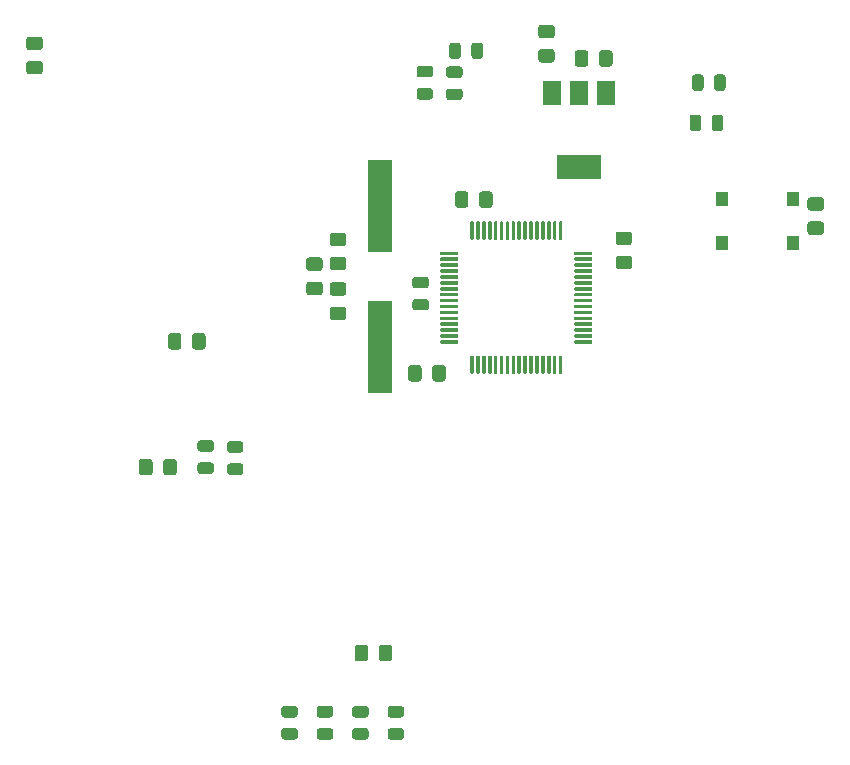
<source format=gbr>
%TF.GenerationSoftware,KiCad,Pcbnew,5.1.6-c6e7f7d~86~ubuntu16.04.1*%
%TF.CreationDate,2021-01-12T06:27:11+00:00*%
%TF.ProjectId,fx502p-minimal-sd,66783530-3270-42d6-9d69-6e696d616c2d,rev?*%
%TF.SameCoordinates,Original*%
%TF.FileFunction,Paste,Top*%
%TF.FilePolarity,Positive*%
%FSLAX46Y46*%
G04 Gerber Fmt 4.6, Leading zero omitted, Abs format (unit mm)*
G04 Created by KiCad (PCBNEW 5.1.6-c6e7f7d~86~ubuntu16.04.1) date 2021-01-12 06:27:11*
%MOMM*%
%LPD*%
G01*
G04 APERTURE LIST*
%ADD10R,2.000000X7.875000*%
%ADD11R,1.500000X2.000000*%
%ADD12R,3.800000X2.000000*%
%ADD13R,1.000000X1.200000*%
G04 APERTURE END LIST*
%TO.C,R11*%
G36*
G01*
X58750000Y-45356250D02*
X58750000Y-44443750D01*
G75*
G02*
X58993750Y-44200000I243750J0D01*
G01*
X59481250Y-44200000D01*
G75*
G02*
X59725000Y-44443750I0J-243750D01*
G01*
X59725000Y-45356250D01*
G75*
G02*
X59481250Y-45600000I-243750J0D01*
G01*
X58993750Y-45600000D01*
G75*
G02*
X58750000Y-45356250I0J243750D01*
G01*
G37*
G36*
G01*
X56875000Y-45356250D02*
X56875000Y-44443750D01*
G75*
G02*
X57118750Y-44200000I243750J0D01*
G01*
X57606250Y-44200000D01*
G75*
G02*
X57850000Y-44443750I0J-243750D01*
G01*
X57850000Y-45356250D01*
G75*
G02*
X57606250Y-45600000I-243750J0D01*
G01*
X57118750Y-45600000D01*
G75*
G02*
X56875000Y-45356250I0J243750D01*
G01*
G37*
%TD*%
%TO.C,R10*%
G36*
G01*
X58950000Y-41956250D02*
X58950000Y-41043750D01*
G75*
G02*
X59193750Y-40800000I243750J0D01*
G01*
X59681250Y-40800000D01*
G75*
G02*
X59925000Y-41043750I0J-243750D01*
G01*
X59925000Y-41956250D01*
G75*
G02*
X59681250Y-42200000I-243750J0D01*
G01*
X59193750Y-42200000D01*
G75*
G02*
X58950000Y-41956250I0J243750D01*
G01*
G37*
G36*
G01*
X57075000Y-41956250D02*
X57075000Y-41043750D01*
G75*
G02*
X57318750Y-40800000I243750J0D01*
G01*
X57806250Y-40800000D01*
G75*
G02*
X58050000Y-41043750I0J-243750D01*
G01*
X58050000Y-41956250D01*
G75*
G02*
X57806250Y-42200000I-243750J0D01*
G01*
X57318750Y-42200000D01*
G75*
G02*
X57075000Y-41956250I0J243750D01*
G01*
G37*
%TD*%
D10*
%TO.C,X2*%
X30700000Y-63837500D03*
X30700000Y-51962500D03*
%TD*%
D11*
%TO.C,U3*%
X49800000Y-42350000D03*
X45200000Y-42350000D03*
X47500000Y-42350000D03*
D12*
X47500000Y-48650000D03*
%TD*%
%TO.C,U1*%
G36*
G01*
X38300000Y-54725000D02*
X38300000Y-53325000D01*
G75*
G02*
X38375000Y-53250000I75000J0D01*
G01*
X38525000Y-53250000D01*
G75*
G02*
X38600000Y-53325000I0J-75000D01*
G01*
X38600000Y-54725000D01*
G75*
G02*
X38525000Y-54800000I-75000J0D01*
G01*
X38375000Y-54800000D01*
G75*
G02*
X38300000Y-54725000I0J75000D01*
G01*
G37*
G36*
G01*
X38800000Y-54725000D02*
X38800000Y-53325000D01*
G75*
G02*
X38875000Y-53250000I75000J0D01*
G01*
X39025000Y-53250000D01*
G75*
G02*
X39100000Y-53325000I0J-75000D01*
G01*
X39100000Y-54725000D01*
G75*
G02*
X39025000Y-54800000I-75000J0D01*
G01*
X38875000Y-54800000D01*
G75*
G02*
X38800000Y-54725000I0J75000D01*
G01*
G37*
G36*
G01*
X39300000Y-54725000D02*
X39300000Y-53325000D01*
G75*
G02*
X39375000Y-53250000I75000J0D01*
G01*
X39525000Y-53250000D01*
G75*
G02*
X39600000Y-53325000I0J-75000D01*
G01*
X39600000Y-54725000D01*
G75*
G02*
X39525000Y-54800000I-75000J0D01*
G01*
X39375000Y-54800000D01*
G75*
G02*
X39300000Y-54725000I0J75000D01*
G01*
G37*
G36*
G01*
X39800000Y-54725000D02*
X39800000Y-53325000D01*
G75*
G02*
X39875000Y-53250000I75000J0D01*
G01*
X40025000Y-53250000D01*
G75*
G02*
X40100000Y-53325000I0J-75000D01*
G01*
X40100000Y-54725000D01*
G75*
G02*
X40025000Y-54800000I-75000J0D01*
G01*
X39875000Y-54800000D01*
G75*
G02*
X39800000Y-54725000I0J75000D01*
G01*
G37*
G36*
G01*
X40300000Y-54725000D02*
X40300000Y-53325000D01*
G75*
G02*
X40375000Y-53250000I75000J0D01*
G01*
X40525000Y-53250000D01*
G75*
G02*
X40600000Y-53325000I0J-75000D01*
G01*
X40600000Y-54725000D01*
G75*
G02*
X40525000Y-54800000I-75000J0D01*
G01*
X40375000Y-54800000D01*
G75*
G02*
X40300000Y-54725000I0J75000D01*
G01*
G37*
G36*
G01*
X40800000Y-54725000D02*
X40800000Y-53325000D01*
G75*
G02*
X40875000Y-53250000I75000J0D01*
G01*
X41025000Y-53250000D01*
G75*
G02*
X41100000Y-53325000I0J-75000D01*
G01*
X41100000Y-54725000D01*
G75*
G02*
X41025000Y-54800000I-75000J0D01*
G01*
X40875000Y-54800000D01*
G75*
G02*
X40800000Y-54725000I0J75000D01*
G01*
G37*
G36*
G01*
X41300000Y-54725000D02*
X41300000Y-53325000D01*
G75*
G02*
X41375000Y-53250000I75000J0D01*
G01*
X41525000Y-53250000D01*
G75*
G02*
X41600000Y-53325000I0J-75000D01*
G01*
X41600000Y-54725000D01*
G75*
G02*
X41525000Y-54800000I-75000J0D01*
G01*
X41375000Y-54800000D01*
G75*
G02*
X41300000Y-54725000I0J75000D01*
G01*
G37*
G36*
G01*
X41800000Y-54725000D02*
X41800000Y-53325000D01*
G75*
G02*
X41875000Y-53250000I75000J0D01*
G01*
X42025000Y-53250000D01*
G75*
G02*
X42100000Y-53325000I0J-75000D01*
G01*
X42100000Y-54725000D01*
G75*
G02*
X42025000Y-54800000I-75000J0D01*
G01*
X41875000Y-54800000D01*
G75*
G02*
X41800000Y-54725000I0J75000D01*
G01*
G37*
G36*
G01*
X42300000Y-54725000D02*
X42300000Y-53325000D01*
G75*
G02*
X42375000Y-53250000I75000J0D01*
G01*
X42525000Y-53250000D01*
G75*
G02*
X42600000Y-53325000I0J-75000D01*
G01*
X42600000Y-54725000D01*
G75*
G02*
X42525000Y-54800000I-75000J0D01*
G01*
X42375000Y-54800000D01*
G75*
G02*
X42300000Y-54725000I0J75000D01*
G01*
G37*
G36*
G01*
X42800000Y-54725000D02*
X42800000Y-53325000D01*
G75*
G02*
X42875000Y-53250000I75000J0D01*
G01*
X43025000Y-53250000D01*
G75*
G02*
X43100000Y-53325000I0J-75000D01*
G01*
X43100000Y-54725000D01*
G75*
G02*
X43025000Y-54800000I-75000J0D01*
G01*
X42875000Y-54800000D01*
G75*
G02*
X42800000Y-54725000I0J75000D01*
G01*
G37*
G36*
G01*
X43300000Y-54725000D02*
X43300000Y-53325000D01*
G75*
G02*
X43375000Y-53250000I75000J0D01*
G01*
X43525000Y-53250000D01*
G75*
G02*
X43600000Y-53325000I0J-75000D01*
G01*
X43600000Y-54725000D01*
G75*
G02*
X43525000Y-54800000I-75000J0D01*
G01*
X43375000Y-54800000D01*
G75*
G02*
X43300000Y-54725000I0J75000D01*
G01*
G37*
G36*
G01*
X43800000Y-54725000D02*
X43800000Y-53325000D01*
G75*
G02*
X43875000Y-53250000I75000J0D01*
G01*
X44025000Y-53250000D01*
G75*
G02*
X44100000Y-53325000I0J-75000D01*
G01*
X44100000Y-54725000D01*
G75*
G02*
X44025000Y-54800000I-75000J0D01*
G01*
X43875000Y-54800000D01*
G75*
G02*
X43800000Y-54725000I0J75000D01*
G01*
G37*
G36*
G01*
X44300000Y-54725000D02*
X44300000Y-53325000D01*
G75*
G02*
X44375000Y-53250000I75000J0D01*
G01*
X44525000Y-53250000D01*
G75*
G02*
X44600000Y-53325000I0J-75000D01*
G01*
X44600000Y-54725000D01*
G75*
G02*
X44525000Y-54800000I-75000J0D01*
G01*
X44375000Y-54800000D01*
G75*
G02*
X44300000Y-54725000I0J75000D01*
G01*
G37*
G36*
G01*
X44800000Y-54725000D02*
X44800000Y-53325000D01*
G75*
G02*
X44875000Y-53250000I75000J0D01*
G01*
X45025000Y-53250000D01*
G75*
G02*
X45100000Y-53325000I0J-75000D01*
G01*
X45100000Y-54725000D01*
G75*
G02*
X45025000Y-54800000I-75000J0D01*
G01*
X44875000Y-54800000D01*
G75*
G02*
X44800000Y-54725000I0J75000D01*
G01*
G37*
G36*
G01*
X45300000Y-54725000D02*
X45300000Y-53325000D01*
G75*
G02*
X45375000Y-53250000I75000J0D01*
G01*
X45525000Y-53250000D01*
G75*
G02*
X45600000Y-53325000I0J-75000D01*
G01*
X45600000Y-54725000D01*
G75*
G02*
X45525000Y-54800000I-75000J0D01*
G01*
X45375000Y-54800000D01*
G75*
G02*
X45300000Y-54725000I0J75000D01*
G01*
G37*
G36*
G01*
X45800000Y-54725000D02*
X45800000Y-53325000D01*
G75*
G02*
X45875000Y-53250000I75000J0D01*
G01*
X46025000Y-53250000D01*
G75*
G02*
X46100000Y-53325000I0J-75000D01*
G01*
X46100000Y-54725000D01*
G75*
G02*
X46025000Y-54800000I-75000J0D01*
G01*
X45875000Y-54800000D01*
G75*
G02*
X45800000Y-54725000I0J75000D01*
G01*
G37*
G36*
G01*
X47100000Y-56025000D02*
X47100000Y-55875000D01*
G75*
G02*
X47175000Y-55800000I75000J0D01*
G01*
X48575000Y-55800000D01*
G75*
G02*
X48650000Y-55875000I0J-75000D01*
G01*
X48650000Y-56025000D01*
G75*
G02*
X48575000Y-56100000I-75000J0D01*
G01*
X47175000Y-56100000D01*
G75*
G02*
X47100000Y-56025000I0J75000D01*
G01*
G37*
G36*
G01*
X47100000Y-56525000D02*
X47100000Y-56375000D01*
G75*
G02*
X47175000Y-56300000I75000J0D01*
G01*
X48575000Y-56300000D01*
G75*
G02*
X48650000Y-56375000I0J-75000D01*
G01*
X48650000Y-56525000D01*
G75*
G02*
X48575000Y-56600000I-75000J0D01*
G01*
X47175000Y-56600000D01*
G75*
G02*
X47100000Y-56525000I0J75000D01*
G01*
G37*
G36*
G01*
X47100000Y-57025000D02*
X47100000Y-56875000D01*
G75*
G02*
X47175000Y-56800000I75000J0D01*
G01*
X48575000Y-56800000D01*
G75*
G02*
X48650000Y-56875000I0J-75000D01*
G01*
X48650000Y-57025000D01*
G75*
G02*
X48575000Y-57100000I-75000J0D01*
G01*
X47175000Y-57100000D01*
G75*
G02*
X47100000Y-57025000I0J75000D01*
G01*
G37*
G36*
G01*
X47100000Y-57525000D02*
X47100000Y-57375000D01*
G75*
G02*
X47175000Y-57300000I75000J0D01*
G01*
X48575000Y-57300000D01*
G75*
G02*
X48650000Y-57375000I0J-75000D01*
G01*
X48650000Y-57525000D01*
G75*
G02*
X48575000Y-57600000I-75000J0D01*
G01*
X47175000Y-57600000D01*
G75*
G02*
X47100000Y-57525000I0J75000D01*
G01*
G37*
G36*
G01*
X47100000Y-58025000D02*
X47100000Y-57875000D01*
G75*
G02*
X47175000Y-57800000I75000J0D01*
G01*
X48575000Y-57800000D01*
G75*
G02*
X48650000Y-57875000I0J-75000D01*
G01*
X48650000Y-58025000D01*
G75*
G02*
X48575000Y-58100000I-75000J0D01*
G01*
X47175000Y-58100000D01*
G75*
G02*
X47100000Y-58025000I0J75000D01*
G01*
G37*
G36*
G01*
X47100000Y-58525000D02*
X47100000Y-58375000D01*
G75*
G02*
X47175000Y-58300000I75000J0D01*
G01*
X48575000Y-58300000D01*
G75*
G02*
X48650000Y-58375000I0J-75000D01*
G01*
X48650000Y-58525000D01*
G75*
G02*
X48575000Y-58600000I-75000J0D01*
G01*
X47175000Y-58600000D01*
G75*
G02*
X47100000Y-58525000I0J75000D01*
G01*
G37*
G36*
G01*
X47100000Y-59025000D02*
X47100000Y-58875000D01*
G75*
G02*
X47175000Y-58800000I75000J0D01*
G01*
X48575000Y-58800000D01*
G75*
G02*
X48650000Y-58875000I0J-75000D01*
G01*
X48650000Y-59025000D01*
G75*
G02*
X48575000Y-59100000I-75000J0D01*
G01*
X47175000Y-59100000D01*
G75*
G02*
X47100000Y-59025000I0J75000D01*
G01*
G37*
G36*
G01*
X47100000Y-59525000D02*
X47100000Y-59375000D01*
G75*
G02*
X47175000Y-59300000I75000J0D01*
G01*
X48575000Y-59300000D01*
G75*
G02*
X48650000Y-59375000I0J-75000D01*
G01*
X48650000Y-59525000D01*
G75*
G02*
X48575000Y-59600000I-75000J0D01*
G01*
X47175000Y-59600000D01*
G75*
G02*
X47100000Y-59525000I0J75000D01*
G01*
G37*
G36*
G01*
X47100000Y-60025000D02*
X47100000Y-59875000D01*
G75*
G02*
X47175000Y-59800000I75000J0D01*
G01*
X48575000Y-59800000D01*
G75*
G02*
X48650000Y-59875000I0J-75000D01*
G01*
X48650000Y-60025000D01*
G75*
G02*
X48575000Y-60100000I-75000J0D01*
G01*
X47175000Y-60100000D01*
G75*
G02*
X47100000Y-60025000I0J75000D01*
G01*
G37*
G36*
G01*
X47100000Y-60525000D02*
X47100000Y-60375000D01*
G75*
G02*
X47175000Y-60300000I75000J0D01*
G01*
X48575000Y-60300000D01*
G75*
G02*
X48650000Y-60375000I0J-75000D01*
G01*
X48650000Y-60525000D01*
G75*
G02*
X48575000Y-60600000I-75000J0D01*
G01*
X47175000Y-60600000D01*
G75*
G02*
X47100000Y-60525000I0J75000D01*
G01*
G37*
G36*
G01*
X47100000Y-61025000D02*
X47100000Y-60875000D01*
G75*
G02*
X47175000Y-60800000I75000J0D01*
G01*
X48575000Y-60800000D01*
G75*
G02*
X48650000Y-60875000I0J-75000D01*
G01*
X48650000Y-61025000D01*
G75*
G02*
X48575000Y-61100000I-75000J0D01*
G01*
X47175000Y-61100000D01*
G75*
G02*
X47100000Y-61025000I0J75000D01*
G01*
G37*
G36*
G01*
X47100000Y-61525000D02*
X47100000Y-61375000D01*
G75*
G02*
X47175000Y-61300000I75000J0D01*
G01*
X48575000Y-61300000D01*
G75*
G02*
X48650000Y-61375000I0J-75000D01*
G01*
X48650000Y-61525000D01*
G75*
G02*
X48575000Y-61600000I-75000J0D01*
G01*
X47175000Y-61600000D01*
G75*
G02*
X47100000Y-61525000I0J75000D01*
G01*
G37*
G36*
G01*
X47100000Y-62025000D02*
X47100000Y-61875000D01*
G75*
G02*
X47175000Y-61800000I75000J0D01*
G01*
X48575000Y-61800000D01*
G75*
G02*
X48650000Y-61875000I0J-75000D01*
G01*
X48650000Y-62025000D01*
G75*
G02*
X48575000Y-62100000I-75000J0D01*
G01*
X47175000Y-62100000D01*
G75*
G02*
X47100000Y-62025000I0J75000D01*
G01*
G37*
G36*
G01*
X47100000Y-62525000D02*
X47100000Y-62375000D01*
G75*
G02*
X47175000Y-62300000I75000J0D01*
G01*
X48575000Y-62300000D01*
G75*
G02*
X48650000Y-62375000I0J-75000D01*
G01*
X48650000Y-62525000D01*
G75*
G02*
X48575000Y-62600000I-75000J0D01*
G01*
X47175000Y-62600000D01*
G75*
G02*
X47100000Y-62525000I0J75000D01*
G01*
G37*
G36*
G01*
X47100000Y-63025000D02*
X47100000Y-62875000D01*
G75*
G02*
X47175000Y-62800000I75000J0D01*
G01*
X48575000Y-62800000D01*
G75*
G02*
X48650000Y-62875000I0J-75000D01*
G01*
X48650000Y-63025000D01*
G75*
G02*
X48575000Y-63100000I-75000J0D01*
G01*
X47175000Y-63100000D01*
G75*
G02*
X47100000Y-63025000I0J75000D01*
G01*
G37*
G36*
G01*
X47100000Y-63525000D02*
X47100000Y-63375000D01*
G75*
G02*
X47175000Y-63300000I75000J0D01*
G01*
X48575000Y-63300000D01*
G75*
G02*
X48650000Y-63375000I0J-75000D01*
G01*
X48650000Y-63525000D01*
G75*
G02*
X48575000Y-63600000I-75000J0D01*
G01*
X47175000Y-63600000D01*
G75*
G02*
X47100000Y-63525000I0J75000D01*
G01*
G37*
G36*
G01*
X45800000Y-66075000D02*
X45800000Y-64675000D01*
G75*
G02*
X45875000Y-64600000I75000J0D01*
G01*
X46025000Y-64600000D01*
G75*
G02*
X46100000Y-64675000I0J-75000D01*
G01*
X46100000Y-66075000D01*
G75*
G02*
X46025000Y-66150000I-75000J0D01*
G01*
X45875000Y-66150000D01*
G75*
G02*
X45800000Y-66075000I0J75000D01*
G01*
G37*
G36*
G01*
X45300000Y-66075000D02*
X45300000Y-64675000D01*
G75*
G02*
X45375000Y-64600000I75000J0D01*
G01*
X45525000Y-64600000D01*
G75*
G02*
X45600000Y-64675000I0J-75000D01*
G01*
X45600000Y-66075000D01*
G75*
G02*
X45525000Y-66150000I-75000J0D01*
G01*
X45375000Y-66150000D01*
G75*
G02*
X45300000Y-66075000I0J75000D01*
G01*
G37*
G36*
G01*
X44800000Y-66075000D02*
X44800000Y-64675000D01*
G75*
G02*
X44875000Y-64600000I75000J0D01*
G01*
X45025000Y-64600000D01*
G75*
G02*
X45100000Y-64675000I0J-75000D01*
G01*
X45100000Y-66075000D01*
G75*
G02*
X45025000Y-66150000I-75000J0D01*
G01*
X44875000Y-66150000D01*
G75*
G02*
X44800000Y-66075000I0J75000D01*
G01*
G37*
G36*
G01*
X44300000Y-66075000D02*
X44300000Y-64675000D01*
G75*
G02*
X44375000Y-64600000I75000J0D01*
G01*
X44525000Y-64600000D01*
G75*
G02*
X44600000Y-64675000I0J-75000D01*
G01*
X44600000Y-66075000D01*
G75*
G02*
X44525000Y-66150000I-75000J0D01*
G01*
X44375000Y-66150000D01*
G75*
G02*
X44300000Y-66075000I0J75000D01*
G01*
G37*
G36*
G01*
X43800000Y-66075000D02*
X43800000Y-64675000D01*
G75*
G02*
X43875000Y-64600000I75000J0D01*
G01*
X44025000Y-64600000D01*
G75*
G02*
X44100000Y-64675000I0J-75000D01*
G01*
X44100000Y-66075000D01*
G75*
G02*
X44025000Y-66150000I-75000J0D01*
G01*
X43875000Y-66150000D01*
G75*
G02*
X43800000Y-66075000I0J75000D01*
G01*
G37*
G36*
G01*
X43300000Y-66075000D02*
X43300000Y-64675000D01*
G75*
G02*
X43375000Y-64600000I75000J0D01*
G01*
X43525000Y-64600000D01*
G75*
G02*
X43600000Y-64675000I0J-75000D01*
G01*
X43600000Y-66075000D01*
G75*
G02*
X43525000Y-66150000I-75000J0D01*
G01*
X43375000Y-66150000D01*
G75*
G02*
X43300000Y-66075000I0J75000D01*
G01*
G37*
G36*
G01*
X42800000Y-66075000D02*
X42800000Y-64675000D01*
G75*
G02*
X42875000Y-64600000I75000J0D01*
G01*
X43025000Y-64600000D01*
G75*
G02*
X43100000Y-64675000I0J-75000D01*
G01*
X43100000Y-66075000D01*
G75*
G02*
X43025000Y-66150000I-75000J0D01*
G01*
X42875000Y-66150000D01*
G75*
G02*
X42800000Y-66075000I0J75000D01*
G01*
G37*
G36*
G01*
X42300000Y-66075000D02*
X42300000Y-64675000D01*
G75*
G02*
X42375000Y-64600000I75000J0D01*
G01*
X42525000Y-64600000D01*
G75*
G02*
X42600000Y-64675000I0J-75000D01*
G01*
X42600000Y-66075000D01*
G75*
G02*
X42525000Y-66150000I-75000J0D01*
G01*
X42375000Y-66150000D01*
G75*
G02*
X42300000Y-66075000I0J75000D01*
G01*
G37*
G36*
G01*
X41800000Y-66075000D02*
X41800000Y-64675000D01*
G75*
G02*
X41875000Y-64600000I75000J0D01*
G01*
X42025000Y-64600000D01*
G75*
G02*
X42100000Y-64675000I0J-75000D01*
G01*
X42100000Y-66075000D01*
G75*
G02*
X42025000Y-66150000I-75000J0D01*
G01*
X41875000Y-66150000D01*
G75*
G02*
X41800000Y-66075000I0J75000D01*
G01*
G37*
G36*
G01*
X41300000Y-66075000D02*
X41300000Y-64675000D01*
G75*
G02*
X41375000Y-64600000I75000J0D01*
G01*
X41525000Y-64600000D01*
G75*
G02*
X41600000Y-64675000I0J-75000D01*
G01*
X41600000Y-66075000D01*
G75*
G02*
X41525000Y-66150000I-75000J0D01*
G01*
X41375000Y-66150000D01*
G75*
G02*
X41300000Y-66075000I0J75000D01*
G01*
G37*
G36*
G01*
X40800000Y-66075000D02*
X40800000Y-64675000D01*
G75*
G02*
X40875000Y-64600000I75000J0D01*
G01*
X41025000Y-64600000D01*
G75*
G02*
X41100000Y-64675000I0J-75000D01*
G01*
X41100000Y-66075000D01*
G75*
G02*
X41025000Y-66150000I-75000J0D01*
G01*
X40875000Y-66150000D01*
G75*
G02*
X40800000Y-66075000I0J75000D01*
G01*
G37*
G36*
G01*
X40300000Y-66075000D02*
X40300000Y-64675000D01*
G75*
G02*
X40375000Y-64600000I75000J0D01*
G01*
X40525000Y-64600000D01*
G75*
G02*
X40600000Y-64675000I0J-75000D01*
G01*
X40600000Y-66075000D01*
G75*
G02*
X40525000Y-66150000I-75000J0D01*
G01*
X40375000Y-66150000D01*
G75*
G02*
X40300000Y-66075000I0J75000D01*
G01*
G37*
G36*
G01*
X39800000Y-66075000D02*
X39800000Y-64675000D01*
G75*
G02*
X39875000Y-64600000I75000J0D01*
G01*
X40025000Y-64600000D01*
G75*
G02*
X40100000Y-64675000I0J-75000D01*
G01*
X40100000Y-66075000D01*
G75*
G02*
X40025000Y-66150000I-75000J0D01*
G01*
X39875000Y-66150000D01*
G75*
G02*
X39800000Y-66075000I0J75000D01*
G01*
G37*
G36*
G01*
X39300000Y-66075000D02*
X39300000Y-64675000D01*
G75*
G02*
X39375000Y-64600000I75000J0D01*
G01*
X39525000Y-64600000D01*
G75*
G02*
X39600000Y-64675000I0J-75000D01*
G01*
X39600000Y-66075000D01*
G75*
G02*
X39525000Y-66150000I-75000J0D01*
G01*
X39375000Y-66150000D01*
G75*
G02*
X39300000Y-66075000I0J75000D01*
G01*
G37*
G36*
G01*
X38800000Y-66075000D02*
X38800000Y-64675000D01*
G75*
G02*
X38875000Y-64600000I75000J0D01*
G01*
X39025000Y-64600000D01*
G75*
G02*
X39100000Y-64675000I0J-75000D01*
G01*
X39100000Y-66075000D01*
G75*
G02*
X39025000Y-66150000I-75000J0D01*
G01*
X38875000Y-66150000D01*
G75*
G02*
X38800000Y-66075000I0J75000D01*
G01*
G37*
G36*
G01*
X38300000Y-66075000D02*
X38300000Y-64675000D01*
G75*
G02*
X38375000Y-64600000I75000J0D01*
G01*
X38525000Y-64600000D01*
G75*
G02*
X38600000Y-64675000I0J-75000D01*
G01*
X38600000Y-66075000D01*
G75*
G02*
X38525000Y-66150000I-75000J0D01*
G01*
X38375000Y-66150000D01*
G75*
G02*
X38300000Y-66075000I0J75000D01*
G01*
G37*
G36*
G01*
X35750000Y-63525000D02*
X35750000Y-63375000D01*
G75*
G02*
X35825000Y-63300000I75000J0D01*
G01*
X37225000Y-63300000D01*
G75*
G02*
X37300000Y-63375000I0J-75000D01*
G01*
X37300000Y-63525000D01*
G75*
G02*
X37225000Y-63600000I-75000J0D01*
G01*
X35825000Y-63600000D01*
G75*
G02*
X35750000Y-63525000I0J75000D01*
G01*
G37*
G36*
G01*
X35750000Y-63025000D02*
X35750000Y-62875000D01*
G75*
G02*
X35825000Y-62800000I75000J0D01*
G01*
X37225000Y-62800000D01*
G75*
G02*
X37300000Y-62875000I0J-75000D01*
G01*
X37300000Y-63025000D01*
G75*
G02*
X37225000Y-63100000I-75000J0D01*
G01*
X35825000Y-63100000D01*
G75*
G02*
X35750000Y-63025000I0J75000D01*
G01*
G37*
G36*
G01*
X35750000Y-62525000D02*
X35750000Y-62375000D01*
G75*
G02*
X35825000Y-62300000I75000J0D01*
G01*
X37225000Y-62300000D01*
G75*
G02*
X37300000Y-62375000I0J-75000D01*
G01*
X37300000Y-62525000D01*
G75*
G02*
X37225000Y-62600000I-75000J0D01*
G01*
X35825000Y-62600000D01*
G75*
G02*
X35750000Y-62525000I0J75000D01*
G01*
G37*
G36*
G01*
X35750000Y-62025000D02*
X35750000Y-61875000D01*
G75*
G02*
X35825000Y-61800000I75000J0D01*
G01*
X37225000Y-61800000D01*
G75*
G02*
X37300000Y-61875000I0J-75000D01*
G01*
X37300000Y-62025000D01*
G75*
G02*
X37225000Y-62100000I-75000J0D01*
G01*
X35825000Y-62100000D01*
G75*
G02*
X35750000Y-62025000I0J75000D01*
G01*
G37*
G36*
G01*
X35750000Y-61525000D02*
X35750000Y-61375000D01*
G75*
G02*
X35825000Y-61300000I75000J0D01*
G01*
X37225000Y-61300000D01*
G75*
G02*
X37300000Y-61375000I0J-75000D01*
G01*
X37300000Y-61525000D01*
G75*
G02*
X37225000Y-61600000I-75000J0D01*
G01*
X35825000Y-61600000D01*
G75*
G02*
X35750000Y-61525000I0J75000D01*
G01*
G37*
G36*
G01*
X35750000Y-61025000D02*
X35750000Y-60875000D01*
G75*
G02*
X35825000Y-60800000I75000J0D01*
G01*
X37225000Y-60800000D01*
G75*
G02*
X37300000Y-60875000I0J-75000D01*
G01*
X37300000Y-61025000D01*
G75*
G02*
X37225000Y-61100000I-75000J0D01*
G01*
X35825000Y-61100000D01*
G75*
G02*
X35750000Y-61025000I0J75000D01*
G01*
G37*
G36*
G01*
X35750000Y-60525000D02*
X35750000Y-60375000D01*
G75*
G02*
X35825000Y-60300000I75000J0D01*
G01*
X37225000Y-60300000D01*
G75*
G02*
X37300000Y-60375000I0J-75000D01*
G01*
X37300000Y-60525000D01*
G75*
G02*
X37225000Y-60600000I-75000J0D01*
G01*
X35825000Y-60600000D01*
G75*
G02*
X35750000Y-60525000I0J75000D01*
G01*
G37*
G36*
G01*
X35750000Y-60025000D02*
X35750000Y-59875000D01*
G75*
G02*
X35825000Y-59800000I75000J0D01*
G01*
X37225000Y-59800000D01*
G75*
G02*
X37300000Y-59875000I0J-75000D01*
G01*
X37300000Y-60025000D01*
G75*
G02*
X37225000Y-60100000I-75000J0D01*
G01*
X35825000Y-60100000D01*
G75*
G02*
X35750000Y-60025000I0J75000D01*
G01*
G37*
G36*
G01*
X35750000Y-59525000D02*
X35750000Y-59375000D01*
G75*
G02*
X35825000Y-59300000I75000J0D01*
G01*
X37225000Y-59300000D01*
G75*
G02*
X37300000Y-59375000I0J-75000D01*
G01*
X37300000Y-59525000D01*
G75*
G02*
X37225000Y-59600000I-75000J0D01*
G01*
X35825000Y-59600000D01*
G75*
G02*
X35750000Y-59525000I0J75000D01*
G01*
G37*
G36*
G01*
X35750000Y-59025000D02*
X35750000Y-58875000D01*
G75*
G02*
X35825000Y-58800000I75000J0D01*
G01*
X37225000Y-58800000D01*
G75*
G02*
X37300000Y-58875000I0J-75000D01*
G01*
X37300000Y-59025000D01*
G75*
G02*
X37225000Y-59100000I-75000J0D01*
G01*
X35825000Y-59100000D01*
G75*
G02*
X35750000Y-59025000I0J75000D01*
G01*
G37*
G36*
G01*
X35750000Y-58525000D02*
X35750000Y-58375000D01*
G75*
G02*
X35825000Y-58300000I75000J0D01*
G01*
X37225000Y-58300000D01*
G75*
G02*
X37300000Y-58375000I0J-75000D01*
G01*
X37300000Y-58525000D01*
G75*
G02*
X37225000Y-58600000I-75000J0D01*
G01*
X35825000Y-58600000D01*
G75*
G02*
X35750000Y-58525000I0J75000D01*
G01*
G37*
G36*
G01*
X35750000Y-58025000D02*
X35750000Y-57875000D01*
G75*
G02*
X35825000Y-57800000I75000J0D01*
G01*
X37225000Y-57800000D01*
G75*
G02*
X37300000Y-57875000I0J-75000D01*
G01*
X37300000Y-58025000D01*
G75*
G02*
X37225000Y-58100000I-75000J0D01*
G01*
X35825000Y-58100000D01*
G75*
G02*
X35750000Y-58025000I0J75000D01*
G01*
G37*
G36*
G01*
X35750000Y-57525000D02*
X35750000Y-57375000D01*
G75*
G02*
X35825000Y-57300000I75000J0D01*
G01*
X37225000Y-57300000D01*
G75*
G02*
X37300000Y-57375000I0J-75000D01*
G01*
X37300000Y-57525000D01*
G75*
G02*
X37225000Y-57600000I-75000J0D01*
G01*
X35825000Y-57600000D01*
G75*
G02*
X35750000Y-57525000I0J75000D01*
G01*
G37*
G36*
G01*
X35750000Y-57025000D02*
X35750000Y-56875000D01*
G75*
G02*
X35825000Y-56800000I75000J0D01*
G01*
X37225000Y-56800000D01*
G75*
G02*
X37300000Y-56875000I0J-75000D01*
G01*
X37300000Y-57025000D01*
G75*
G02*
X37225000Y-57100000I-75000J0D01*
G01*
X35825000Y-57100000D01*
G75*
G02*
X35750000Y-57025000I0J75000D01*
G01*
G37*
G36*
G01*
X35750000Y-56525000D02*
X35750000Y-56375000D01*
G75*
G02*
X35825000Y-56300000I75000J0D01*
G01*
X37225000Y-56300000D01*
G75*
G02*
X37300000Y-56375000I0J-75000D01*
G01*
X37300000Y-56525000D01*
G75*
G02*
X37225000Y-56600000I-75000J0D01*
G01*
X35825000Y-56600000D01*
G75*
G02*
X35750000Y-56525000I0J75000D01*
G01*
G37*
G36*
G01*
X35750000Y-56025000D02*
X35750000Y-55875000D01*
G75*
G02*
X35825000Y-55800000I75000J0D01*
G01*
X37225000Y-55800000D01*
G75*
G02*
X37300000Y-55875000I0J-75000D01*
G01*
X37300000Y-56025000D01*
G75*
G02*
X37225000Y-56100000I-75000J0D01*
G01*
X35825000Y-56100000D01*
G75*
G02*
X35750000Y-56025000I0J75000D01*
G01*
G37*
%TD*%
D13*
%TO.C,SW2*%
X65600000Y-51350000D03*
X65600000Y-55050000D03*
X59600000Y-55050000D03*
X59600000Y-51350000D03*
%TD*%
%TO.C,R23*%
G36*
G01*
X25550001Y-57450000D02*
X24649999Y-57450000D01*
G75*
G02*
X24400000Y-57200001I0J249999D01*
G01*
X24400000Y-56549999D01*
G75*
G02*
X24649999Y-56300000I249999J0D01*
G01*
X25550001Y-56300000D01*
G75*
G02*
X25800000Y-56549999I0J-249999D01*
G01*
X25800000Y-57200001D01*
G75*
G02*
X25550001Y-57450000I-249999J0D01*
G01*
G37*
G36*
G01*
X25550001Y-59500000D02*
X24649999Y-59500000D01*
G75*
G02*
X24400000Y-59250001I0J249999D01*
G01*
X24400000Y-58599999D01*
G75*
G02*
X24649999Y-58350000I249999J0D01*
G01*
X25550001Y-58350000D01*
G75*
G02*
X25800000Y-58599999I0J-249999D01*
G01*
X25800000Y-59250001D01*
G75*
G02*
X25550001Y-59500000I-249999J0D01*
G01*
G37*
%TD*%
%TO.C,R21*%
G36*
G01*
X38400000Y-39256250D02*
X38400000Y-38343750D01*
G75*
G02*
X38643750Y-38100000I243750J0D01*
G01*
X39131250Y-38100000D01*
G75*
G02*
X39375000Y-38343750I0J-243750D01*
G01*
X39375000Y-39256250D01*
G75*
G02*
X39131250Y-39500000I-243750J0D01*
G01*
X38643750Y-39500000D01*
G75*
G02*
X38400000Y-39256250I0J243750D01*
G01*
G37*
G36*
G01*
X36525000Y-39256250D02*
X36525000Y-38343750D01*
G75*
G02*
X36768750Y-38100000I243750J0D01*
G01*
X37256250Y-38100000D01*
G75*
G02*
X37500000Y-38343750I0J-243750D01*
G01*
X37500000Y-39256250D01*
G75*
G02*
X37256250Y-39500000I-243750J0D01*
G01*
X36768750Y-39500000D01*
G75*
G02*
X36525000Y-39256250I0J243750D01*
G01*
G37*
%TD*%
%TO.C,R20*%
G36*
G01*
X36493750Y-42000000D02*
X37406250Y-42000000D01*
G75*
G02*
X37650000Y-42243750I0J-243750D01*
G01*
X37650000Y-42731250D01*
G75*
G02*
X37406250Y-42975000I-243750J0D01*
G01*
X36493750Y-42975000D01*
G75*
G02*
X36250000Y-42731250I0J243750D01*
G01*
X36250000Y-42243750D01*
G75*
G02*
X36493750Y-42000000I243750J0D01*
G01*
G37*
G36*
G01*
X36493750Y-40125000D02*
X37406250Y-40125000D01*
G75*
G02*
X37650000Y-40368750I0J-243750D01*
G01*
X37650000Y-40856250D01*
G75*
G02*
X37406250Y-41100000I-243750J0D01*
G01*
X36493750Y-41100000D01*
G75*
G02*
X36250000Y-40856250I0J243750D01*
G01*
X36250000Y-40368750D01*
G75*
G02*
X36493750Y-40125000I243750J0D01*
G01*
G37*
%TD*%
%TO.C,R18*%
G36*
G01*
X33993750Y-41950000D02*
X34906250Y-41950000D01*
G75*
G02*
X35150000Y-42193750I0J-243750D01*
G01*
X35150000Y-42681250D01*
G75*
G02*
X34906250Y-42925000I-243750J0D01*
G01*
X33993750Y-42925000D01*
G75*
G02*
X33750000Y-42681250I0J243750D01*
G01*
X33750000Y-42193750D01*
G75*
G02*
X33993750Y-41950000I243750J0D01*
G01*
G37*
G36*
G01*
X33993750Y-40075000D02*
X34906250Y-40075000D01*
G75*
G02*
X35150000Y-40318750I0J-243750D01*
G01*
X35150000Y-40806250D01*
G75*
G02*
X34906250Y-41050000I-243750J0D01*
G01*
X33993750Y-41050000D01*
G75*
G02*
X33750000Y-40806250I0J243750D01*
G01*
X33750000Y-40318750D01*
G75*
G02*
X33993750Y-40075000I243750J0D01*
G01*
G37*
%TD*%
%TO.C,R9*%
G36*
G01*
X16356250Y-72750000D02*
X15443750Y-72750000D01*
G75*
G02*
X15200000Y-72506250I0J243750D01*
G01*
X15200000Y-72018750D01*
G75*
G02*
X15443750Y-71775000I243750J0D01*
G01*
X16356250Y-71775000D01*
G75*
G02*
X16600000Y-72018750I0J-243750D01*
G01*
X16600000Y-72506250D01*
G75*
G02*
X16356250Y-72750000I-243750J0D01*
G01*
G37*
G36*
G01*
X16356250Y-74625000D02*
X15443750Y-74625000D01*
G75*
G02*
X15200000Y-74381250I0J243750D01*
G01*
X15200000Y-73893750D01*
G75*
G02*
X15443750Y-73650000I243750J0D01*
G01*
X16356250Y-73650000D01*
G75*
G02*
X16600000Y-73893750I0J-243750D01*
G01*
X16600000Y-74381250D01*
G75*
G02*
X16356250Y-74625000I-243750J0D01*
G01*
G37*
%TD*%
%TO.C,R8*%
G36*
G01*
X18856250Y-72837500D02*
X17943750Y-72837500D01*
G75*
G02*
X17700000Y-72593750I0J243750D01*
G01*
X17700000Y-72106250D01*
G75*
G02*
X17943750Y-71862500I243750J0D01*
G01*
X18856250Y-71862500D01*
G75*
G02*
X19100000Y-72106250I0J-243750D01*
G01*
X19100000Y-72593750D01*
G75*
G02*
X18856250Y-72837500I-243750J0D01*
G01*
G37*
G36*
G01*
X18856250Y-74712500D02*
X17943750Y-74712500D01*
G75*
G02*
X17700000Y-74468750I0J243750D01*
G01*
X17700000Y-73981250D01*
G75*
G02*
X17943750Y-73737500I243750J0D01*
G01*
X18856250Y-73737500D01*
G75*
G02*
X19100000Y-73981250I0J-243750D01*
G01*
X19100000Y-74468750D01*
G75*
G02*
X18856250Y-74712500I-243750J0D01*
G01*
G37*
%TD*%
%TO.C,R7*%
G36*
G01*
X34556250Y-58912500D02*
X33643750Y-58912500D01*
G75*
G02*
X33400000Y-58668750I0J243750D01*
G01*
X33400000Y-58181250D01*
G75*
G02*
X33643750Y-57937500I243750J0D01*
G01*
X34556250Y-57937500D01*
G75*
G02*
X34800000Y-58181250I0J-243750D01*
G01*
X34800000Y-58668750D01*
G75*
G02*
X34556250Y-58912500I-243750J0D01*
G01*
G37*
G36*
G01*
X34556250Y-60787500D02*
X33643750Y-60787500D01*
G75*
G02*
X33400000Y-60543750I0J243750D01*
G01*
X33400000Y-60056250D01*
G75*
G02*
X33643750Y-59812500I243750J0D01*
G01*
X34556250Y-59812500D01*
G75*
G02*
X34800000Y-60056250I0J-243750D01*
G01*
X34800000Y-60543750D01*
G75*
G02*
X34556250Y-60787500I-243750J0D01*
G01*
G37*
%TD*%
%TO.C,R5*%
G36*
G01*
X22543750Y-96150000D02*
X23456250Y-96150000D01*
G75*
G02*
X23700000Y-96393750I0J-243750D01*
G01*
X23700000Y-96881250D01*
G75*
G02*
X23456250Y-97125000I-243750J0D01*
G01*
X22543750Y-97125000D01*
G75*
G02*
X22300000Y-96881250I0J243750D01*
G01*
X22300000Y-96393750D01*
G75*
G02*
X22543750Y-96150000I243750J0D01*
G01*
G37*
G36*
G01*
X22543750Y-94275000D02*
X23456250Y-94275000D01*
G75*
G02*
X23700000Y-94518750I0J-243750D01*
G01*
X23700000Y-95006250D01*
G75*
G02*
X23456250Y-95250000I-243750J0D01*
G01*
X22543750Y-95250000D01*
G75*
G02*
X22300000Y-95006250I0J243750D01*
G01*
X22300000Y-94518750D01*
G75*
G02*
X22543750Y-94275000I243750J0D01*
G01*
G37*
%TD*%
%TO.C,R4*%
G36*
G01*
X25543750Y-96150000D02*
X26456250Y-96150000D01*
G75*
G02*
X26700000Y-96393750I0J-243750D01*
G01*
X26700000Y-96881250D01*
G75*
G02*
X26456250Y-97125000I-243750J0D01*
G01*
X25543750Y-97125000D01*
G75*
G02*
X25300000Y-96881250I0J243750D01*
G01*
X25300000Y-96393750D01*
G75*
G02*
X25543750Y-96150000I243750J0D01*
G01*
G37*
G36*
G01*
X25543750Y-94275000D02*
X26456250Y-94275000D01*
G75*
G02*
X26700000Y-94518750I0J-243750D01*
G01*
X26700000Y-95006250D01*
G75*
G02*
X26456250Y-95250000I-243750J0D01*
G01*
X25543750Y-95250000D01*
G75*
G02*
X25300000Y-95006250I0J243750D01*
G01*
X25300000Y-94518750D01*
G75*
G02*
X25543750Y-94275000I243750J0D01*
G01*
G37*
%TD*%
%TO.C,R2*%
G36*
G01*
X28543750Y-96150000D02*
X29456250Y-96150000D01*
G75*
G02*
X29700000Y-96393750I0J-243750D01*
G01*
X29700000Y-96881250D01*
G75*
G02*
X29456250Y-97125000I-243750J0D01*
G01*
X28543750Y-97125000D01*
G75*
G02*
X28300000Y-96881250I0J243750D01*
G01*
X28300000Y-96393750D01*
G75*
G02*
X28543750Y-96150000I243750J0D01*
G01*
G37*
G36*
G01*
X28543750Y-94275000D02*
X29456250Y-94275000D01*
G75*
G02*
X29700000Y-94518750I0J-243750D01*
G01*
X29700000Y-95006250D01*
G75*
G02*
X29456250Y-95250000I-243750J0D01*
G01*
X28543750Y-95250000D01*
G75*
G02*
X28300000Y-95006250I0J243750D01*
G01*
X28300000Y-94518750D01*
G75*
G02*
X28543750Y-94275000I243750J0D01*
G01*
G37*
%TD*%
%TO.C,R1*%
G36*
G01*
X31543750Y-96150000D02*
X32456250Y-96150000D01*
G75*
G02*
X32700000Y-96393750I0J-243750D01*
G01*
X32700000Y-96881250D01*
G75*
G02*
X32456250Y-97125000I-243750J0D01*
G01*
X31543750Y-97125000D01*
G75*
G02*
X31300000Y-96881250I0J243750D01*
G01*
X31300000Y-96393750D01*
G75*
G02*
X31543750Y-96150000I243750J0D01*
G01*
G37*
G36*
G01*
X31543750Y-94275000D02*
X32456250Y-94275000D01*
G75*
G02*
X32700000Y-94518750I0J-243750D01*
G01*
X32700000Y-95006250D01*
G75*
G02*
X32456250Y-95250000I-243750J0D01*
G01*
X31543750Y-95250000D01*
G75*
G02*
X31300000Y-95006250I0J243750D01*
G01*
X31300000Y-94518750D01*
G75*
G02*
X31543750Y-94275000I243750J0D01*
G01*
G37*
%TD*%
%TO.C,C36*%
G36*
G01*
X30550000Y-90250001D02*
X30550000Y-89349999D01*
G75*
G02*
X30799999Y-89100000I249999J0D01*
G01*
X31450001Y-89100000D01*
G75*
G02*
X31700000Y-89349999I0J-249999D01*
G01*
X31700000Y-90250001D01*
G75*
G02*
X31450001Y-90500000I-249999J0D01*
G01*
X30799999Y-90500000D01*
G75*
G02*
X30550000Y-90250001I0J249999D01*
G01*
G37*
G36*
G01*
X28500000Y-90250001D02*
X28500000Y-89349999D01*
G75*
G02*
X28749999Y-89100000I249999J0D01*
G01*
X29400001Y-89100000D01*
G75*
G02*
X29650000Y-89349999I0J-249999D01*
G01*
X29650000Y-90250001D01*
G75*
G02*
X29400001Y-90500000I-249999J0D01*
G01*
X28749999Y-90500000D01*
G75*
G02*
X28500000Y-90250001I0J249999D01*
G01*
G37*
%TD*%
%TO.C,C33*%
G36*
G01*
X14750000Y-63850001D02*
X14750000Y-62949999D01*
G75*
G02*
X14999999Y-62700000I249999J0D01*
G01*
X15650001Y-62700000D01*
G75*
G02*
X15900000Y-62949999I0J-249999D01*
G01*
X15900000Y-63850001D01*
G75*
G02*
X15650001Y-64100000I-249999J0D01*
G01*
X14999999Y-64100000D01*
G75*
G02*
X14750000Y-63850001I0J249999D01*
G01*
G37*
G36*
G01*
X12700000Y-63850001D02*
X12700000Y-62949999D01*
G75*
G02*
X12949999Y-62700000I249999J0D01*
G01*
X13600001Y-62700000D01*
G75*
G02*
X13850000Y-62949999I0J-249999D01*
G01*
X13850000Y-63850001D01*
G75*
G02*
X13600001Y-64100000I-249999J0D01*
G01*
X12949999Y-64100000D01*
G75*
G02*
X12700000Y-63850001I0J249999D01*
G01*
G37*
%TD*%
%TO.C,C30*%
G36*
G01*
X39050000Y-51850001D02*
X39050000Y-50949999D01*
G75*
G02*
X39299999Y-50700000I249999J0D01*
G01*
X39950001Y-50700000D01*
G75*
G02*
X40200000Y-50949999I0J-249999D01*
G01*
X40200000Y-51850001D01*
G75*
G02*
X39950001Y-52100000I-249999J0D01*
G01*
X39299999Y-52100000D01*
G75*
G02*
X39050000Y-51850001I0J249999D01*
G01*
G37*
G36*
G01*
X37000000Y-51850001D02*
X37000000Y-50949999D01*
G75*
G02*
X37249999Y-50700000I249999J0D01*
G01*
X37900001Y-50700000D01*
G75*
G02*
X38150000Y-50949999I0J-249999D01*
G01*
X38150000Y-51850001D01*
G75*
G02*
X37900001Y-52100000I-249999J0D01*
G01*
X37249999Y-52100000D01*
G75*
G02*
X37000000Y-51850001I0J249999D01*
G01*
G37*
%TD*%
%TO.C,C29*%
G36*
G01*
X35075000Y-66550001D02*
X35075000Y-65649999D01*
G75*
G02*
X35324999Y-65400000I249999J0D01*
G01*
X35975001Y-65400000D01*
G75*
G02*
X36225000Y-65649999I0J-249999D01*
G01*
X36225000Y-66550001D01*
G75*
G02*
X35975001Y-66800000I-249999J0D01*
G01*
X35324999Y-66800000D01*
G75*
G02*
X35075000Y-66550001I0J249999D01*
G01*
G37*
G36*
G01*
X33025000Y-66550001D02*
X33025000Y-65649999D01*
G75*
G02*
X33274999Y-65400000I249999J0D01*
G01*
X33925001Y-65400000D01*
G75*
G02*
X34175000Y-65649999I0J-249999D01*
G01*
X34175000Y-66550001D01*
G75*
G02*
X33925001Y-66800000I-249999J0D01*
G01*
X33274999Y-66800000D01*
G75*
G02*
X33025000Y-66550001I0J249999D01*
G01*
G37*
%TD*%
%TO.C,C28*%
G36*
G01*
X11400000Y-73599999D02*
X11400000Y-74500001D01*
G75*
G02*
X11150001Y-74750000I-249999J0D01*
G01*
X10499999Y-74750000D01*
G75*
G02*
X10250000Y-74500001I0J249999D01*
G01*
X10250000Y-73599999D01*
G75*
G02*
X10499999Y-73350000I249999J0D01*
G01*
X11150001Y-73350000D01*
G75*
G02*
X11400000Y-73599999I0J-249999D01*
G01*
G37*
G36*
G01*
X13450000Y-73599999D02*
X13450000Y-74500001D01*
G75*
G02*
X13200001Y-74750000I-249999J0D01*
G01*
X12549999Y-74750000D01*
G75*
G02*
X12300000Y-74500001I0J249999D01*
G01*
X12300000Y-73599999D01*
G75*
G02*
X12549999Y-73350000I249999J0D01*
G01*
X13200001Y-73350000D01*
G75*
G02*
X13450000Y-73599999I0J-249999D01*
G01*
G37*
%TD*%
%TO.C,C27*%
G36*
G01*
X50849999Y-56150000D02*
X51750001Y-56150000D01*
G75*
G02*
X52000000Y-56399999I0J-249999D01*
G01*
X52000000Y-57050001D01*
G75*
G02*
X51750001Y-57300000I-249999J0D01*
G01*
X50849999Y-57300000D01*
G75*
G02*
X50600000Y-57050001I0J249999D01*
G01*
X50600000Y-56399999D01*
G75*
G02*
X50849999Y-56150000I249999J0D01*
G01*
G37*
G36*
G01*
X50849999Y-54100000D02*
X51750001Y-54100000D01*
G75*
G02*
X52000000Y-54349999I0J-249999D01*
G01*
X52000000Y-55000001D01*
G75*
G02*
X51750001Y-55250000I-249999J0D01*
G01*
X50849999Y-55250000D01*
G75*
G02*
X50600000Y-55000001I0J249999D01*
G01*
X50600000Y-54349999D01*
G75*
G02*
X50849999Y-54100000I249999J0D01*
G01*
G37*
%TD*%
%TO.C,C25*%
G36*
G01*
X1850001Y-38750000D02*
X949999Y-38750000D01*
G75*
G02*
X700000Y-38500001I0J249999D01*
G01*
X700000Y-37849999D01*
G75*
G02*
X949999Y-37600000I249999J0D01*
G01*
X1850001Y-37600000D01*
G75*
G02*
X2100000Y-37849999I0J-249999D01*
G01*
X2100000Y-38500001D01*
G75*
G02*
X1850001Y-38750000I-249999J0D01*
G01*
G37*
G36*
G01*
X1850001Y-40800000D02*
X949999Y-40800000D01*
G75*
G02*
X700000Y-40550001I0J249999D01*
G01*
X700000Y-39899999D01*
G75*
G02*
X949999Y-39650000I249999J0D01*
G01*
X1850001Y-39650000D01*
G75*
G02*
X2100000Y-39899999I0J-249999D01*
G01*
X2100000Y-40550001D01*
G75*
G02*
X1850001Y-40800000I-249999J0D01*
G01*
G37*
%TD*%
%TO.C,C24*%
G36*
G01*
X67099999Y-53250000D02*
X68000001Y-53250000D01*
G75*
G02*
X68250000Y-53499999I0J-249999D01*
G01*
X68250000Y-54150001D01*
G75*
G02*
X68000001Y-54400000I-249999J0D01*
G01*
X67099999Y-54400000D01*
G75*
G02*
X66850000Y-54150001I0J249999D01*
G01*
X66850000Y-53499999D01*
G75*
G02*
X67099999Y-53250000I249999J0D01*
G01*
G37*
G36*
G01*
X67099999Y-51200000D02*
X68000001Y-51200000D01*
G75*
G02*
X68250000Y-51449999I0J-249999D01*
G01*
X68250000Y-52100001D01*
G75*
G02*
X68000001Y-52350000I-249999J0D01*
G01*
X67099999Y-52350000D01*
G75*
G02*
X66850000Y-52100001I0J249999D01*
G01*
X66850000Y-51449999D01*
G75*
G02*
X67099999Y-51200000I249999J0D01*
G01*
G37*
%TD*%
%TO.C,C23*%
G36*
G01*
X26649999Y-60450000D02*
X27550001Y-60450000D01*
G75*
G02*
X27800000Y-60699999I0J-249999D01*
G01*
X27800000Y-61350001D01*
G75*
G02*
X27550001Y-61600000I-249999J0D01*
G01*
X26649999Y-61600000D01*
G75*
G02*
X26400000Y-61350001I0J249999D01*
G01*
X26400000Y-60699999D01*
G75*
G02*
X26649999Y-60450000I249999J0D01*
G01*
G37*
G36*
G01*
X26649999Y-58400000D02*
X27550001Y-58400000D01*
G75*
G02*
X27800000Y-58649999I0J-249999D01*
G01*
X27800000Y-59300001D01*
G75*
G02*
X27550001Y-59550000I-249999J0D01*
G01*
X26649999Y-59550000D01*
G75*
G02*
X26400000Y-59300001I0J249999D01*
G01*
X26400000Y-58649999D01*
G75*
G02*
X26649999Y-58400000I249999J0D01*
G01*
G37*
%TD*%
%TO.C,C22*%
G36*
G01*
X49200000Y-39900001D02*
X49200000Y-38999999D01*
G75*
G02*
X49449999Y-38750000I249999J0D01*
G01*
X50100001Y-38750000D01*
G75*
G02*
X50350000Y-38999999I0J-249999D01*
G01*
X50350000Y-39900001D01*
G75*
G02*
X50100001Y-40150000I-249999J0D01*
G01*
X49449999Y-40150000D01*
G75*
G02*
X49200000Y-39900001I0J249999D01*
G01*
G37*
G36*
G01*
X47150000Y-39900001D02*
X47150000Y-38999999D01*
G75*
G02*
X47399999Y-38750000I249999J0D01*
G01*
X48050001Y-38750000D01*
G75*
G02*
X48300000Y-38999999I0J-249999D01*
G01*
X48300000Y-39900001D01*
G75*
G02*
X48050001Y-40150000I-249999J0D01*
G01*
X47399999Y-40150000D01*
G75*
G02*
X47150000Y-39900001I0J249999D01*
G01*
G37*
%TD*%
%TO.C,C21*%
G36*
G01*
X27550001Y-55350000D02*
X26649999Y-55350000D01*
G75*
G02*
X26400000Y-55100001I0J249999D01*
G01*
X26400000Y-54449999D01*
G75*
G02*
X26649999Y-54200000I249999J0D01*
G01*
X27550001Y-54200000D01*
G75*
G02*
X27800000Y-54449999I0J-249999D01*
G01*
X27800000Y-55100001D01*
G75*
G02*
X27550001Y-55350000I-249999J0D01*
G01*
G37*
G36*
G01*
X27550001Y-57400000D02*
X26649999Y-57400000D01*
G75*
G02*
X26400000Y-57150001I0J249999D01*
G01*
X26400000Y-56499999D01*
G75*
G02*
X26649999Y-56250000I249999J0D01*
G01*
X27550001Y-56250000D01*
G75*
G02*
X27800000Y-56499999I0J-249999D01*
G01*
X27800000Y-57150001D01*
G75*
G02*
X27550001Y-57400000I-249999J0D01*
G01*
G37*
%TD*%
%TO.C,C20*%
G36*
G01*
X45200001Y-37750000D02*
X44299999Y-37750000D01*
G75*
G02*
X44050000Y-37500001I0J249999D01*
G01*
X44050000Y-36849999D01*
G75*
G02*
X44299999Y-36600000I249999J0D01*
G01*
X45200001Y-36600000D01*
G75*
G02*
X45450000Y-36849999I0J-249999D01*
G01*
X45450000Y-37500001D01*
G75*
G02*
X45200001Y-37750000I-249999J0D01*
G01*
G37*
G36*
G01*
X45200001Y-39800000D02*
X44299999Y-39800000D01*
G75*
G02*
X44050000Y-39550001I0J249999D01*
G01*
X44050000Y-38899999D01*
G75*
G02*
X44299999Y-38650000I249999J0D01*
G01*
X45200001Y-38650000D01*
G75*
G02*
X45450000Y-38899999I0J-249999D01*
G01*
X45450000Y-39550001D01*
G75*
G02*
X45200001Y-39800000I-249999J0D01*
G01*
G37*
%TD*%
M02*

</source>
